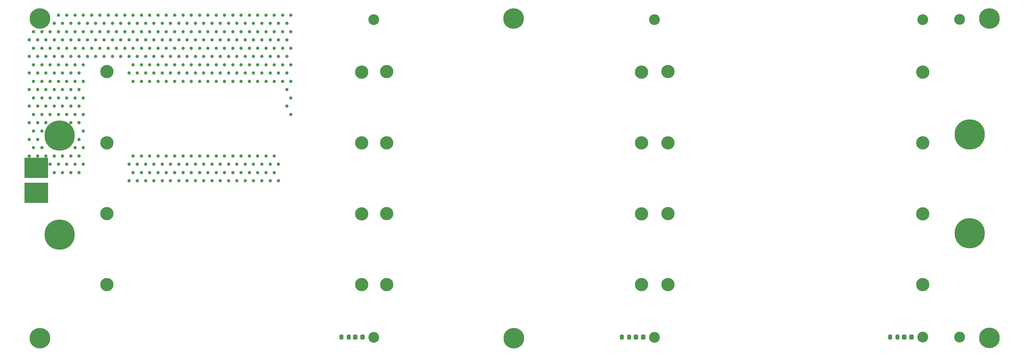
<source format=gts>
G04*
G04 #@! TF.GenerationSoftware,Altium Limited,Altium Designer,21.6.4 (81)*
G04*
G04 Layer_Color=8388736*
%FSLAX43Y43*%
%MOMM*%
G71*
G04*
G04 #@! TF.SameCoordinates,3B1B0440-9CC4-4517-B04E-561091F89696*
G04*
G04*
G04 #@! TF.FilePolarity,Negative*
G04*
G01*
G75*
G04:AMPARAMS|DCode=20|XSize=1.503mm|YSize=1.203mm|CornerRadius=0.352mm|HoleSize=0mm|Usage=FLASHONLY|Rotation=90.000|XOffset=0mm|YOffset=0mm|HoleType=Round|Shape=RoundedRectangle|*
%AMROUNDEDRECTD20*
21,1,1.503,0.500,0,0,90.0*
21,1,0.800,1.203,0,0,90.0*
1,1,0.703,0.250,0.400*
1,1,0.703,0.250,-0.400*
1,1,0.703,-0.250,-0.400*
1,1,0.703,-0.250,0.400*
%
%ADD20ROUNDEDRECTD20*%
G04:AMPARAMS|DCode=21|XSize=1.403mm|YSize=1.503mm|CornerRadius=0.402mm|HoleSize=0mm|Usage=FLASHONLY|Rotation=0.000|XOffset=0mm|YOffset=0mm|HoleType=Round|Shape=RoundedRectangle|*
%AMROUNDEDRECTD21*
21,1,1.403,0.700,0,0,0.0*
21,1,0.600,1.503,0,0,0.0*
1,1,0.803,0.300,-0.350*
1,1,0.803,-0.300,-0.350*
1,1,0.803,-0.300,0.350*
1,1,0.803,0.300,0.350*
%
%ADD21ROUNDEDRECTD21*%
%ADD22R,7.203X6.203*%
%ADD23C,3.251*%
%ADD24C,4.013*%
%ADD25C,9.093*%
%ADD26C,1.003*%
%ADD27C,6.203*%
D20*
X128659Y145313D02*
D03*
X126459D02*
D03*
X293878Y145339D02*
D03*
X291678D02*
D03*
X213088Y145390D02*
D03*
X210888D02*
D03*
D21*
X130624Y145339D02*
D03*
X132824D02*
D03*
X295851Y145313D02*
D03*
X298051D02*
D03*
X215097Y145390D02*
D03*
X217297D02*
D03*
D22*
X34616Y188884D02*
D03*
Y196384D02*
D03*
D23*
X301473Y241148D02*
D03*
X220675D02*
D03*
X136220Y241097D02*
D03*
X312598Y145313D02*
D03*
X220675Y145288D02*
D03*
X301473Y145313D02*
D03*
X312522Y241173D02*
D03*
X136220Y145237D02*
D03*
D24*
X224739Y161163D02*
D03*
Y182626D02*
D03*
Y203962D02*
D03*
Y225425D02*
D03*
X301447Y161163D02*
D03*
Y182499D02*
D03*
Y203962D02*
D03*
Y225298D02*
D03*
X140081Y161163D02*
D03*
Y182626D02*
D03*
Y203962D02*
D03*
Y225425D02*
D03*
X216789Y161163D02*
D03*
Y182499D02*
D03*
Y203962D02*
D03*
Y225298D02*
D03*
X55880Y161163D02*
D03*
Y182626D02*
D03*
Y203962D02*
D03*
Y225425D02*
D03*
X132588Y161163D02*
D03*
Y182499D02*
D03*
Y203962D02*
D03*
Y225298D02*
D03*
D25*
X41605Y176276D02*
D03*
Y206121D02*
D03*
X315595Y206502D02*
D03*
Y176657D02*
D03*
D26*
X111250Y242500D02*
D03*
X110000Y240000D02*
D03*
X111250Y237500D02*
D03*
X110000Y235000D02*
D03*
X111250Y232500D02*
D03*
X110000Y230000D02*
D03*
X111250Y227500D02*
D03*
X110000Y225000D02*
D03*
X111250Y222500D02*
D03*
X110000Y220000D02*
D03*
X111250Y217500D02*
D03*
X110000Y215000D02*
D03*
X111250Y212500D02*
D03*
X108750Y242500D02*
D03*
X107500Y240000D02*
D03*
X108750Y237500D02*
D03*
X107500Y235000D02*
D03*
X108750Y232500D02*
D03*
X107500Y230000D02*
D03*
X108750Y227500D02*
D03*
X107500Y225000D02*
D03*
X108750Y222500D02*
D03*
X106250Y242500D02*
D03*
X105000Y240000D02*
D03*
X106250Y237500D02*
D03*
X105000Y235000D02*
D03*
X106250Y232500D02*
D03*
X105000Y230000D02*
D03*
X106250Y227500D02*
D03*
X105000Y225000D02*
D03*
X106250Y222500D02*
D03*
X103750Y242500D02*
D03*
X102500Y240000D02*
D03*
X103750Y237500D02*
D03*
X102500Y235000D02*
D03*
X103750Y232500D02*
D03*
X102500Y230000D02*
D03*
X103750Y227500D02*
D03*
X102500Y225000D02*
D03*
X103750Y222500D02*
D03*
X101250Y242500D02*
D03*
X100000Y240000D02*
D03*
X101250Y237500D02*
D03*
X100000Y235000D02*
D03*
X101250Y232500D02*
D03*
X100000Y230000D02*
D03*
X101250Y227500D02*
D03*
X100000Y225000D02*
D03*
X101250Y222500D02*
D03*
X98750Y242500D02*
D03*
X97500Y240000D02*
D03*
X98750Y237500D02*
D03*
X97500Y235000D02*
D03*
X98750Y232500D02*
D03*
X97500Y230000D02*
D03*
X98750Y227500D02*
D03*
X97500Y225000D02*
D03*
X98750Y222500D02*
D03*
X96250Y242500D02*
D03*
X95000Y240000D02*
D03*
X96250Y237500D02*
D03*
X95000Y235000D02*
D03*
X96250Y232500D02*
D03*
X95000Y230000D02*
D03*
X96250Y227500D02*
D03*
X95000Y225000D02*
D03*
X96250Y222500D02*
D03*
X93750Y242500D02*
D03*
X92500Y240000D02*
D03*
X93750Y237500D02*
D03*
X92500Y235000D02*
D03*
X93750Y232500D02*
D03*
X92500Y230000D02*
D03*
X93750Y227500D02*
D03*
X92500Y225000D02*
D03*
X93750Y222500D02*
D03*
X91250Y242500D02*
D03*
X90000Y240000D02*
D03*
X91250Y237500D02*
D03*
X90000Y235000D02*
D03*
X91250Y232500D02*
D03*
X90000Y230000D02*
D03*
X91250Y227500D02*
D03*
X90000Y225000D02*
D03*
X91250Y222500D02*
D03*
X88750Y242500D02*
D03*
X87500Y240000D02*
D03*
X88750Y237500D02*
D03*
X87500Y235000D02*
D03*
X88750Y232500D02*
D03*
X87500Y230000D02*
D03*
X88750Y227500D02*
D03*
X87500Y225000D02*
D03*
X88750Y222500D02*
D03*
X86250Y242500D02*
D03*
X85000Y240000D02*
D03*
X86250Y237500D02*
D03*
X85000Y235000D02*
D03*
X86250Y232500D02*
D03*
X85000Y230000D02*
D03*
X86250Y227500D02*
D03*
X85000Y225000D02*
D03*
X86250Y222500D02*
D03*
X83750Y242500D02*
D03*
X82500Y240000D02*
D03*
X83750Y237500D02*
D03*
X82500Y235000D02*
D03*
X83750Y232500D02*
D03*
X82500Y230000D02*
D03*
X83750Y227500D02*
D03*
X82500Y225000D02*
D03*
X83750Y222500D02*
D03*
X81250Y242500D02*
D03*
X80000Y240000D02*
D03*
X81250Y237500D02*
D03*
X80000Y235000D02*
D03*
X81250Y232500D02*
D03*
X80000Y230000D02*
D03*
X81250Y227500D02*
D03*
X80000Y225000D02*
D03*
X81250Y222500D02*
D03*
X78750Y242500D02*
D03*
X77500Y240000D02*
D03*
X78750Y237500D02*
D03*
X77500Y235000D02*
D03*
X78750Y232500D02*
D03*
X77500Y230000D02*
D03*
X78750Y227500D02*
D03*
X77500Y225000D02*
D03*
X78750Y222500D02*
D03*
X76250Y242500D02*
D03*
X75000Y240000D02*
D03*
X76250Y237500D02*
D03*
X75000Y235000D02*
D03*
X76250Y232500D02*
D03*
X75000Y230000D02*
D03*
X76250Y227500D02*
D03*
X75000Y225000D02*
D03*
X76250Y222500D02*
D03*
X73750Y242500D02*
D03*
X72500Y240000D02*
D03*
X73750Y237500D02*
D03*
X72500Y235000D02*
D03*
X73750Y232500D02*
D03*
X72500Y230000D02*
D03*
X73750Y227500D02*
D03*
X72500Y225000D02*
D03*
X73750Y222500D02*
D03*
X71250Y242500D02*
D03*
X70000Y240000D02*
D03*
X71250Y237500D02*
D03*
X70000Y235000D02*
D03*
X71250Y232500D02*
D03*
X70000Y230000D02*
D03*
X71250Y227500D02*
D03*
X70000Y225000D02*
D03*
X71250Y222500D02*
D03*
X68750Y242500D02*
D03*
X67500Y240000D02*
D03*
X68750Y237500D02*
D03*
X67500Y235000D02*
D03*
X68750Y232500D02*
D03*
X67500Y230000D02*
D03*
X68750Y227500D02*
D03*
X67500Y225000D02*
D03*
X68750Y222500D02*
D03*
X66250Y242500D02*
D03*
X65000Y240000D02*
D03*
X66250Y237500D02*
D03*
X65000Y235000D02*
D03*
X66250Y232500D02*
D03*
X65000Y230000D02*
D03*
X66250Y227500D02*
D03*
X65000Y225000D02*
D03*
X66250Y222500D02*
D03*
X63750Y242500D02*
D03*
X62500Y240000D02*
D03*
X63750Y237500D02*
D03*
X62500Y235000D02*
D03*
X63750Y232500D02*
D03*
X62500Y230000D02*
D03*
X63750Y227500D02*
D03*
X62500Y225000D02*
D03*
X63750Y222500D02*
D03*
X61250Y242500D02*
D03*
X60000Y240000D02*
D03*
X61250Y237500D02*
D03*
X60000Y235000D02*
D03*
X61250Y232500D02*
D03*
X60000Y230000D02*
D03*
X58750Y242500D02*
D03*
X57500Y240000D02*
D03*
X58750Y237500D02*
D03*
X57500Y235000D02*
D03*
X58750Y232500D02*
D03*
X57500Y230000D02*
D03*
X56250Y242500D02*
D03*
X55000Y240000D02*
D03*
X56250Y237500D02*
D03*
X55000Y235000D02*
D03*
X56250Y232500D02*
D03*
X55000Y230000D02*
D03*
X53750Y242500D02*
D03*
X52500Y240000D02*
D03*
X53750Y237500D02*
D03*
X52500Y235000D02*
D03*
X53750Y232500D02*
D03*
X52500Y230000D02*
D03*
X51250Y242500D02*
D03*
X50000Y240000D02*
D03*
X51250Y237500D02*
D03*
X50000Y235000D02*
D03*
X51250Y232500D02*
D03*
X50000Y230000D02*
D03*
X48750Y242500D02*
D03*
X47500Y240000D02*
D03*
X48750Y237500D02*
D03*
X47500Y235000D02*
D03*
X48750Y232500D02*
D03*
X47500Y230000D02*
D03*
X48750Y227500D02*
D03*
X47500Y225000D02*
D03*
X48750Y222500D02*
D03*
X47500Y220000D02*
D03*
X48750Y217500D02*
D03*
X47500Y215000D02*
D03*
X48750Y212500D02*
D03*
X47500Y210000D02*
D03*
X48750Y207500D02*
D03*
X47500Y205000D02*
D03*
X48750Y202500D02*
D03*
X47500Y200000D02*
D03*
X48750Y197500D02*
D03*
X47500Y195000D02*
D03*
X46250Y242500D02*
D03*
X45000Y240000D02*
D03*
X46250Y237500D02*
D03*
X45000Y235000D02*
D03*
X46250Y232500D02*
D03*
X45000Y230000D02*
D03*
X46250Y227500D02*
D03*
X45000Y225000D02*
D03*
X46250Y222500D02*
D03*
X45000Y220000D02*
D03*
X46250Y217500D02*
D03*
X45000Y215000D02*
D03*
X46250Y212500D02*
D03*
X45000Y210000D02*
D03*
X46250Y202500D02*
D03*
X45000Y200000D02*
D03*
X46250Y197500D02*
D03*
X45000Y195000D02*
D03*
X43750Y242500D02*
D03*
X42500Y240000D02*
D03*
X43750Y237500D02*
D03*
X42500Y235000D02*
D03*
X43750Y232500D02*
D03*
X42500Y230000D02*
D03*
X43750Y227500D02*
D03*
X42500Y225000D02*
D03*
X43750Y222500D02*
D03*
X42500Y220000D02*
D03*
X43750Y217500D02*
D03*
X42500Y215000D02*
D03*
X43750Y212500D02*
D03*
X42500Y200000D02*
D03*
X43750Y197500D02*
D03*
X42500Y195000D02*
D03*
X41250Y242500D02*
D03*
X40000Y240000D02*
D03*
X41250Y237500D02*
D03*
X40000Y235000D02*
D03*
X41250Y232500D02*
D03*
X40000Y230000D02*
D03*
X41250Y227500D02*
D03*
X40000Y225000D02*
D03*
X41250Y222500D02*
D03*
X40000Y220000D02*
D03*
X41250Y217500D02*
D03*
X40000Y215000D02*
D03*
X41250Y212500D02*
D03*
X40000Y200000D02*
D03*
X41250Y197500D02*
D03*
X40000Y195000D02*
D03*
X38750Y237500D02*
D03*
X37500Y235000D02*
D03*
X38750Y232500D02*
D03*
X37500Y230000D02*
D03*
X38750Y227500D02*
D03*
X37500Y225000D02*
D03*
X38750Y222500D02*
D03*
X37500Y220000D02*
D03*
X38750Y217500D02*
D03*
X37500Y215000D02*
D03*
X38750Y212500D02*
D03*
X37500Y210000D02*
D03*
Y200000D02*
D03*
X38750Y197500D02*
D03*
X36250Y237500D02*
D03*
X35000Y235000D02*
D03*
X36250Y232500D02*
D03*
X35000Y230000D02*
D03*
X36250Y227500D02*
D03*
X35000Y225000D02*
D03*
X36250Y222500D02*
D03*
X35000Y220000D02*
D03*
X36250Y217500D02*
D03*
X35000Y215000D02*
D03*
X36250Y212500D02*
D03*
X35000Y210000D02*
D03*
X36250Y207500D02*
D03*
X35000Y205000D02*
D03*
X36250Y202500D02*
D03*
X35000Y200000D02*
D03*
X33750Y237500D02*
D03*
X32500Y235000D02*
D03*
X33750Y232500D02*
D03*
X32500Y230000D02*
D03*
X33750Y227500D02*
D03*
X32500Y225000D02*
D03*
X33750Y222500D02*
D03*
X32500Y220000D02*
D03*
X33750Y217500D02*
D03*
X32500Y215000D02*
D03*
X33750Y212500D02*
D03*
X32500Y210000D02*
D03*
X33750Y207500D02*
D03*
X32500Y205000D02*
D03*
X33750Y202500D02*
D03*
X32500Y200000D02*
D03*
X107500Y197500D02*
D03*
Y192500D02*
D03*
X106250Y200000D02*
D03*
X105000Y197500D02*
D03*
X106250Y195000D02*
D03*
X105000Y192500D02*
D03*
X103750Y200000D02*
D03*
X102500Y197500D02*
D03*
X103750Y195000D02*
D03*
X102500Y192500D02*
D03*
X101250Y200000D02*
D03*
X100000Y197500D02*
D03*
X101250Y195000D02*
D03*
X100000Y192500D02*
D03*
X98750Y200000D02*
D03*
X97500Y197500D02*
D03*
X98750Y195000D02*
D03*
X97500Y192500D02*
D03*
X96250Y200000D02*
D03*
X95000Y197500D02*
D03*
X96250Y195000D02*
D03*
X95000Y192500D02*
D03*
X93750Y200000D02*
D03*
X92500Y197500D02*
D03*
X93750Y195000D02*
D03*
X92500Y192500D02*
D03*
X91250Y200000D02*
D03*
X90000Y197500D02*
D03*
X91250Y195000D02*
D03*
X90000Y192500D02*
D03*
X88750Y200000D02*
D03*
X87500Y197500D02*
D03*
X88750Y195000D02*
D03*
X87500Y192500D02*
D03*
X86250Y200000D02*
D03*
X85000Y197500D02*
D03*
X86250Y195000D02*
D03*
X85000Y192500D02*
D03*
X83750Y200000D02*
D03*
X82500Y197500D02*
D03*
X83750Y195000D02*
D03*
X82500Y192500D02*
D03*
X81250Y200000D02*
D03*
X80000Y197500D02*
D03*
X81250Y195000D02*
D03*
X80000Y192500D02*
D03*
X78750Y200000D02*
D03*
X77500Y197500D02*
D03*
X78750Y195000D02*
D03*
X77500Y192500D02*
D03*
X76250Y200000D02*
D03*
X75000Y197500D02*
D03*
X76250Y195000D02*
D03*
X75000Y192500D02*
D03*
X73750Y200000D02*
D03*
X72500Y197500D02*
D03*
X73750Y195000D02*
D03*
X72500Y192500D02*
D03*
X71250Y200000D02*
D03*
X70000Y197500D02*
D03*
X71250Y195000D02*
D03*
X70000Y192500D02*
D03*
X68750Y200000D02*
D03*
X67500Y197500D02*
D03*
X68750Y195000D02*
D03*
X67500Y192500D02*
D03*
X66250Y200000D02*
D03*
X65000Y197500D02*
D03*
X66250Y195000D02*
D03*
X65000Y192500D02*
D03*
X63750Y200000D02*
D03*
X62500Y197500D02*
D03*
X63750Y195000D02*
D03*
X62500Y192500D02*
D03*
D27*
X321539Y145059D02*
D03*
X178257Y241427D02*
D03*
X178359Y145009D02*
D03*
X35687D02*
D03*
X321513Y241427D02*
D03*
X35687D02*
D03*
M02*

</source>
